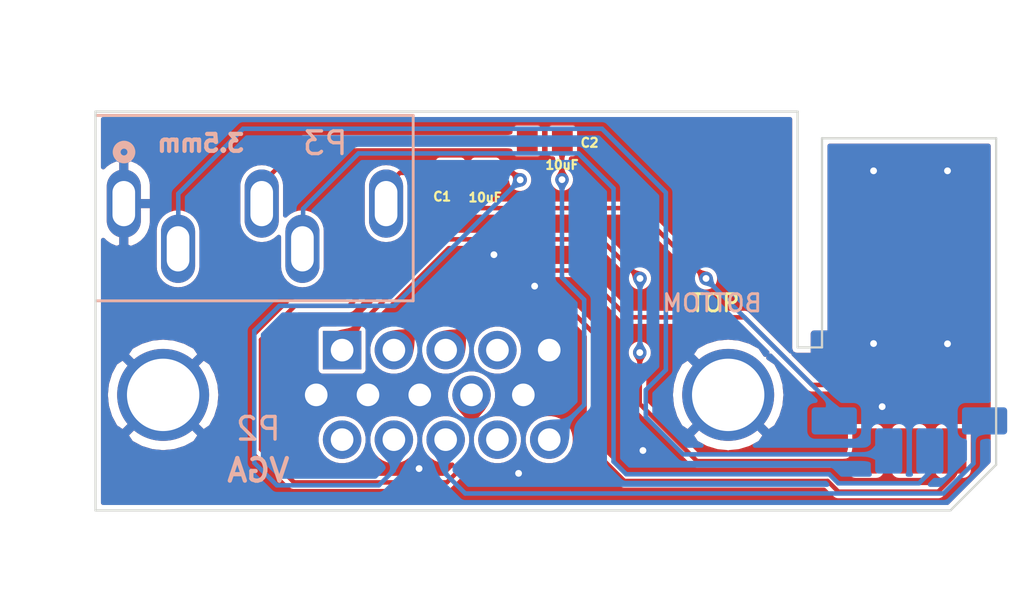
<source format=kicad_pcb>
(kicad_pcb (version 20171130) (host pcbnew "(5.1.8-0-10_14)")
  (title_block (rev 1))
  (layers (0 Front signal) (31 Back signal) (34 B.Paste user) (35 F.Paste user) (36 B.SilkS user) (37 F.SilkS user) (38 B.Mask user) (39 F.Mask user) (44 Edge.Cuts user))
  (net 0 "")
  (net 1 /Audio_L_VGA)
  (net 2 "Net-(C2-Pad2)")
  (net 3 /Audio_R_VGA)
  (net 4 /RED)
  (net 5 /GREEN)
  (net 6 /BLUE)
  (net 7 /Audio_R_to_Jack)
  (net 8 /SYNC)
  (net 9 /Audio_L_to_Jack)
  (net 10 /Audio_L_to_VGA)
  (net 11 GND)
  (net 12 /+5V)
  (module 8DIN2VGA:RD_logo (layer Front) (at 145.4 99.87 270)
    (fp_text reference G*** hide)
    (fp_text value LOGO hide)
  )
  (module 8DIN2VGA:outline_mid_pcb (layer Front) (at 138.97 104.8)
    (fp_text reference G*** hide)
    (fp_text value LOGO hide)
  )
  (module 8DIN2VGA:CAP_SMD_0603 (layer Front) (at 135.52 99.53)
    (fp_text reference C1 (at -1.14 1.05) (layer F.SilkS) (effects (font (size 0.393701 0.393701) (thickness 0.098425))))
    (fp_text value 10uF)
    (pad 1 smd rect (at -0.775 0) (size 0.92 0.97) (layers Front F.Paste F.Mask) (net 10 /Audio_L_to_VGA))
    (pad 2 smd rect (at 0.775 0) (size 0.92 0.97) (layers Front F.Paste F.Mask) (net 1 /Audio_L_VGA))
  )
  (module 8DIN2VGA:CAP_SMD_0603 (layer Front) (at 138.92 98.12)
    (fp_text reference C2 (at 1.98 0.08) (layer F.SilkS) (effects (font (size 0.393701 0.393701) (thickness 0.098425))))
    (fp_text value 10uF)
    (pad 1 smd rect (at -0.775 0) (size 0.92 0.97) (layers Front F.Paste F.Mask) (net 3 /Audio_R_VGA))
    (pad 2 smd rect (at 0.775 0) (size 0.92 0.97) (layers Front F.Paste F.Mask) (net 2 "Net-(C2-Pad2)"))
  )
  (module 8DIN2VGA:8DIN_Landing (layer Front) (at 155.04 110.83)
    (fp_text reference P1)
    (fp_text value 8_pin_DIN_Landing)
    (pad 4 smd roundrect (at -3.36 -3.73 270) (size 1.2 2) (layers Front F.Mask) (roundrect_rratio 0.125) (net 11 GND))
    (pad 4 smd roundrect (at -3.36 -3.73 270) (size 1.2 2) (layers Back B.Mask) (roundrect_rratio 0.125) (net 11 GND))
    (pad 3 smd roundrect (at 3.33 -0.33 270) (size 1.2 2) (layers Back B.Mask) (roundrect_rratio 0.125) (net 8 /SYNC))
    (pad 5 smd roundrect (at -3.32 -0.33 270) (size 1.2 2) (layers Back B.Mask) (roundrect_rratio 0.125) (net 12 /+5V))
    (pad 1 smd roundrect (at 0.91 1 180) (size 1.2 2) (layers Back B.Mask) (roundrect_rratio 0.125) (net 7 /Audio_R_to_Jack))
    (pad 2 smd roundrect (at -0.91 1 180) (size 1.2 2) (layers Back B.Mask) (roundrect_rratio 0.125) (net 9 /Audio_L_to_Jack))
    (pad 6 smd roundrect (at 1.928 1 180) (size 1.2 2) (layers Front F.Mask) (roundrect_rratio 0.125) (net 6 /BLUE))
    (pad 7 smd roundrect (at 0.004 1 180) (size 1.2 2) (layers Front F.Mask) (roundrect_rratio 0.125) (net 5 /GREEN))
    (pad 8 smd roundrect (at -1.92 1 180) (size 1.2 2) (layers Front F.Mask) (roundrect_rratio 0.125) (net 4 /RED))
  )
  (module 8DIN2VGA:VGA_female_rightangle_slim (layer Back) (at 147.03 109.35 180)
    (fp_text reference P2 (at 20.78 -1.5) (layer B.SilkS) (effects (justify mirror)))
    (fp_text value VGA)
    (pad 1 thru_hole rect (at 17.075 1.98) (size 1.7 1.7) (drill 1) (layers *.Cu *.Mask) (net 4 /RED))
    (pad S2 thru_hole circle (at 24.99 0 180) (size 4.066 4.066) (drill 3.2) (layers *.Cu *.Mask) (net 11 GND))
    (pad S1 thru_hole circle (at 0 0 180) (size 4.066 4.066) (drill 3.2) (layers *.Cu *.Mask) (net 11 GND))
    (pad 2 thru_hole circle (at 14.785 1.98) (size 1.7 1.7) (drill 1) (layers *.Cu *.Mask) (net 5 /GREEN))
    (pad 3 thru_hole circle (at 12.495 1.98) (size 1.7 1.7) (drill 1) (layers *.Cu *.Mask) (net 6 /BLUE))
    (pad 4 thru_hole circle (at 10.205 1.98) (size 1.7 1.7) (drill 1) (layers *.Cu *.Mask))
    (pad 5 thru_hole circle (at 7.915 1.98) (size 1.7 1.7) (drill 1) (layers *.Cu *.Mask) (net 11 GND))
    (pad 6 thru_hole circle (at 18.22 0) (size 1.7 1.7) (drill 1) (layers *.Cu *.Mask) (net 11 GND))
    (pad 7 thru_hole circle (at 15.93 0) (size 1.7 1.7) (drill 1) (layers *.Cu *.Mask) (net 11 GND))
    (pad 8 thru_hole circle (at 13.64 0) (size 1.7 1.7) (drill 1) (layers *.Cu *.Mask) (net 11 GND))
    (pad 9 thru_hole circle (at 11.35 0) (size 1.7 1.7) (drill 1) (layers *.Cu *.Mask) (net 12 /+5V))
    (pad 10 thru_hole circle (at 9.06 0) (size 1.7 1.7) (drill 1) (layers *.Cu *.Mask) (net 11 GND))
    (pad 11 thru_hole circle (at 17.075 -1.98) (size 1.7 1.7) (drill 1) (layers *.Cu *.Mask))
    (pad 12 thru_hole circle (at 14.785 -1.98) (size 1.7 1.7) (drill 1) (layers *.Cu *.Mask) (net 1 /Audio_L_VGA))
    (pad 13 thru_hole circle (at 12.495 -1.98) (size 1.7 1.7) (drill 1) (layers *.Cu *.Mask) (net 8 /SYNC))
    (pad 14 thru_hole circle (at 10.205 -1.98) (size 1.7 1.7) (drill 1) (layers *.Cu *.Mask))
    (pad 15 thru_hole circle (at 7.915 -1.98) (size 1.7 1.7) (drill 1) (layers *.Cu *.Mask) (net 2 "Net-(C2-Pad2)"))
  )
  (module 8DIN2VGA:3.5mm_vertical (layer Back) (at 120.3 100.89)
    (fp_text reference P3 (at 8.91 -2.67) (layer B.SilkS) (effects (font (size 1.001331 1.001331)) (justify mirror)))
    (fp_text value 3.5mm_vertical)
    (fp_line (start -1.2 4.3) (end 12.8 4.3) (layer B.SilkS) (width 0.127))
    (fp_line (start 12.8 4.3) (end 12.8 -3.9) (layer B.SilkS) (width 0.127))
    (fp_line (start 12.8 -3.9) (end -1.2 -3.9) (layer B.SilkS) (width 0.127))
    (fp_circle (center 0.01 -2.28) (end 0.16 -2.28) (layer B.SilkS) (width 0.35))
    (pad 1 thru_hole oval (at 0 0) (size 1.508 3.016) (drill oval 1 2) (layers *.Cu *.Mask) (net 11 GND))
    (pad 2 thru_hole oval (at 2.4 2) (size 1.508 3.016) (drill oval 1 2) (layers *.Cu *.Mask) (net 9 /Audio_L_to_Jack))
    (pad 5 thru_hole oval (at 6.1 0) (size 1.508 3.016) (drill oval 1 2) (layers *.Cu *.Mask) (net 3 /Audio_R_VGA))
    (pad 3 thru_hole oval (at 7.9 2) (size 1.508 3.016) (drill oval 1 2) (layers *.Cu *.Mask) (net 7 /Audio_R_to_Jack))
    (pad 4 thru_hole oval (at 11.6 0) (size 1.508 3.016) (drill oval 1 2) (layers *.Cu *.Mask) (net 10 /Audio_L_to_VGA))
  )
  (gr_text BOTTOM (at 146.32 105.29) (layer B.SilkS) (effects (font (size 0.762 0.762) (thickness 0.127)) (justify mirror)))
  (gr_text TOP (at 146.46 105.29) (layer F.SilkS) (effects (font (size 0.762 0.762) (thickness 0.127))))
  (gr_text 3.5mm (at 123.7 98.22) (layer B.SilkS) (effects (font (size 0.75 0.75) (thickness 0.1875)) (justify mirror)))
  (gr_text VGA (at 126.25 112.69) (layer B.SilkS) (effects (font (size 1 1) (thickness 0.1875)) (justify mirror)))
  (gr_text 10uF (at 139.68 99.18) (layer F.SilkS) (effects (font (size 0.393701 0.393701) (thickness 0.098425))))
  (gr_text 10uF (at 136.28 100.62) (layer F.SilkS) (effects (font (size 0.393701 0.393701) (thickness 0.098425))))
  (gr_line (start 158.88 112.44) (end 156.86 114.46) (layer Edge.Cuts) (width 0.1))
  (gr_line (start 158.88 98) (end 158.88 112.44) (layer Edge.Cuts) (width 0.1))
  (gr_line (start 151.18 98) (end 158.88 98) (layer Edge.Cuts) (width 0.1))
  (gr_line (start 151.18 107.25) (end 151.18 98) (layer Edge.Cuts) (width 0.1))
  (gr_line (start 150.1 107.25) (end 151.18 107.25) (layer Edge.Cuts) (width 0.1))
  (gr_line (start 150.1 96.82) (end 150.1 107.25) (layer Edge.Cuts) (width 0.1))
  (gr_line (start 156.86 114.46) (end 119.05 114.46) (layer Edge.Cuts) (width 0.1))
  (gr_line (start 119.05 96.82) (end 119.05 114.46) (layer Edge.Cuts) (width 0.1))
  (gr_line (start 150.1 96.82) (end 119.05 96.82) (layer Edge.Cuts) (width 0.1))
  (segment (start 137.520002 99.53) (end 137.83 99.839998) (width 0.2) (layer Front) (net 1))
  (via (at 137.83 99.839998) (size 0.6) (drill 0.3) (layers Front Back) (net 1))
  (segment (start 136.295 99.53) (end 137.520002 99.53) (width 0.2) (layer Front) (net 1))
  (segment (start 127.18 105.41) (end 132.259998 105.41) (width 0.2) (layer Back) (net 1))
  (segment (start 131.58 113.35) (end 127.07 113.35) (width 0.2) (layer Back) (net 1))
  (segment (start 132.24 112.69) (end 131.58 113.35) (width 0.2) (layer Back) (net 1))
  (segment (start 132.259998 105.41) (end 137.83 99.839998) (width 0.2) (layer Back) (net 1))
  (segment (start 126.07 106.52) (end 127.18 105.41) (width 0.2) (layer Back) (net 1))
  (segment (start 132.24 111.57) (end 132.24 112.69) (width 0.2) (layer Back) (net 1))
  (segment (start 126.07 112.35) (end 126.07 106.52) (width 0.2) (layer Back) (net 1))
  (segment (start 127.07 113.35) (end 126.07 112.35) (width 0.2) (layer Back) (net 1))
  (segment (start 131.99 111.32) (end 132.24 111.57) (width 0.2) (layer Back) (net 1))
  (segment (start 139.68 99.83) (end 139.67 99.82) (width 0.2) (layer Back) (net 2))
  (via (at 139.68 99.83) (size 0.6) (drill 0.3) (layers Front Back) (net 2))
  (segment (start 139.68 99.83) (end 139.68 98.39) (width 0.2) (layer Front) (net 2))
  (segment (start 139.68 104.16) (end 139.68 99.83) (width 0.2) (layer Back) (net 2))
  (segment (start 140.66 105.14) (end 139.68 104.16) (width 0.2) (layer Back) (net 2))
  (segment (start 140.66 109.79) (end 140.66 105.14) (width 0.2) (layer Back) (net 2))
  (segment (start 139.08 111.37) (end 140.66 109.79) (width 0.2) (layer Back) (net 2))
  (segment (start 138.86 111.37) (end 139.08 111.37) (width 0.2) (layer Back) (net 2))
  (segment (start 128.26 98.15) (end 137.96 98.15) (width 0.2) (layer Front) (net 3))
  (segment (start 126.4 100.01) (end 128.26 98.15) (width 0.2) (layer Front) (net 3))
  (segment (start 137.96 98.15) (end 138.11 98.3) (width 0.2) (layer Front) (net 3))
  (segment (start 126.4 100.89) (end 126.4 100.01) (width 0.2) (layer Front) (net 3))
  (via (at 143.13 104.2) (size 0.6) (drill 0.3) (layers Front Back) (net 4))
  (segment (start 129.64 107.34) (end 134.51 102.47) (width 0.2) (layer Front) (net 4))
  (segment (start 134.51 102.47) (end 141.4 102.47) (width 0.2) (layer Front) (net 4))
  (segment (start 141.4 102.47) (end 143.13 104.2) (width 0.2) (layer Front) (net 4))
  (via (at 143.12 107.48) (size 0.6) (drill 0.3) (layers Front Back) (net 4))
  (segment (start 143.13 104.2) (end 143.13 107.47) (width 0.2) (layer Back) (net 4))
  (segment (start 143.13 107.47) (end 143.12 107.48) (width 0.2) (layer Back) (net 4))
  (segment (start 143.12 109.75) (end 143.12 107.48) (width 0.2) (layer Front) (net 4))
  (segment (start 145.65 112.28) (end 143.12 109.75) (width 0.2) (layer Front) (net 4))
  (segment (start 152.79 112.28) (end 145.65 112.28) (width 0.2) (layer Front) (net 4))
  (segment (start 153.14 111.93) (end 152.79 112.28) (width 0.2) (layer Front) (net 4))
  (segment (start 155.04 109.49) (end 155.04 111.74) (width 0.2) (layer Front) (net 5))
  (segment (start 154.46 108.91) (end 155.04 109.49) (width 0.2) (layer Front) (net 5))
  (segment (start 150.74 108.91) (end 154.46 108.91) (width 0.2) (layer Front) (net 5))
  (segment (start 142.591196 105.92) (end 147.75 105.92) (width 0.2) (layer Front) (net 5))
  (segment (start 140.521196 103.85) (end 142.591196 105.92) (width 0.2) (layer Front) (net 5))
  (segment (start 135.77 103.85) (end 140.521196 103.85) (width 0.2) (layer Front) (net 5))
  (segment (start 147.75 105.92) (end 150.74 108.91) (width 0.2) (layer Front) (net 5))
  (segment (start 132.28 107.34) (end 135.77 103.85) (width 0.2) (layer Front) (net 5))
  (segment (start 132.02 107.34) (end 132.28 107.34) (width 0.2) (layer Front) (net 5))
  (segment (start 156.95 113) (end 156.95 111.82) (width 0.2) (layer Front) (net 6))
  (segment (start 151.9 113.63) (end 156.32 113.63) (width 0.2) (layer Front) (net 6))
  (segment (start 151.43 113.16) (end 151.9 113.63) (width 0.2) (layer Front) (net 6))
  (segment (start 141.07 106.61) (end 141.07 111.79) (width 0.2) (layer Front) (net 6))
  (segment (start 156.32 113.63) (end 156.95 113) (width 0.2) (layer Front) (net 6))
  (segment (start 141.07 111.79) (end 142.44 113.16) (width 0.2) (layer Front) (net 6))
  (segment (start 139.69 105.23) (end 141.07 106.61) (width 0.2) (layer Front) (net 6))
  (segment (start 136.65 105.23) (end 139.69 105.23) (width 0.2) (layer Front) (net 6))
  (segment (start 142.44 113.16) (end 151.43 113.16) (width 0.2) (layer Front) (net 6))
  (segment (start 134.5 107.38) (end 136.65 105.23) (width 0.2) (layer Front) (net 6))
  (segment (start 134.28 107.38) (end 134.5 107.38) (width 0.2) (layer Front) (net 6))
  (segment (start 155.93 112.8) (end 155.93 111.909844) (width 0.2) (layer Back) (net 7))
  (segment (start 151.9 113.26) (end 155.47 113.26) (width 0.2) (layer Back) (net 7))
  (segment (start 142.52 112.86) (end 151.5 112.86) (width 0.2) (layer Back) (net 7))
  (segment (start 141.96 112.3) (end 142.52 112.86) (width 0.2) (layer Back) (net 7))
  (segment (start 155.47 113.26) (end 155.93 112.8) (width 0.2) (layer Back) (net 7))
  (segment (start 141.96 100.22) (end 141.96 112.3) (width 0.2) (layer Back) (net 7))
  (segment (start 130.68 98.67) (end 140.41 98.67) (width 0.2) (layer Back) (net 7))
  (segment (start 140.41 98.67) (end 141.96 100.22) (width 0.2) (layer Back) (net 7))
  (segment (start 151.5 112.86) (end 151.9 113.26) (width 0.2) (layer Back) (net 7))
  (segment (start 128.23 101.12) (end 130.68 98.67) (width 0.2) (layer Back) (net 7))
  (segment (start 128.23 104.15) (end 128.23 101.12) (width 0.2) (layer Back) (net 7))
  (segment (start 135.4 113.71) (end 156.55 113.71) (width 0.2) (layer Back) (net 8))
  (segment (start 134.55 112.86) (end 135.4 113.71) (width 0.2) (layer Back) (net 8))
  (segment (start 156.55 113.71) (end 157.88 112.38) (width 0.2) (layer Back) (net 8))
  (segment (start 134.55 111.59) (end 134.55 112.86) (width 0.2) (layer Back) (net 8))
  (segment (start 157.88 112.38) (end 157.88 110.49) (width 0.2) (layer Back) (net 8))
  (segment (start 134.28 111.32) (end 134.55 111.59) (width 0.2) (layer Back) (net 8))
  (segment (start 153.88 111.98) (end 154.04 111.82) (width 0.2) (layer Back) (net 9))
  (segment (start 145.042945 111.98) (end 153.88 111.98) (width 0.2) (layer Back) (net 9))
  (segment (start 143.385029 110.322084) (end 145.042945 111.98) (width 0.2) (layer Back) (net 9))
  (segment (start 143.385029 109.134971) (end 143.385029 110.322084) (width 0.2) (layer Back) (net 9))
  (segment (start 144.273935 108.246065) (end 143.385029 109.134971) (width 0.2) (layer Back) (net 9))
  (segment (start 122.71 101.68) (end 122.71 100.45) (width 0.2) (layer Back) (net 9))
  (segment (start 144.273935 100.403935) (end 144.273935 108.246065) (width 0.2) (layer Back) (net 9))
  (segment (start 141.45 97.58) (end 144.273935 100.403935) (width 0.2) (layer Back) (net 9))
  (segment (start 125.58 97.58) (end 141.45 97.58) (width 0.2) (layer Back) (net 9))
  (segment (start 122.71 100.45) (end 125.58 97.58) (width 0.2) (layer Back) (net 9))
  (segment (start 132.22 99.82) (end 132.22 99.83) (width 0.2) (layer Front) (net 10))
  (segment (start 132.51 99.53) (end 132.22 99.82) (width 0.2) (layer Front) (net 10))
  (segment (start 134.745 99.53) (end 132.51 99.53) (width 0.2) (layer Front) (net 10))
  (via (at 136.67 103.15) (size 0.6) (drill 0.3) (layers Front Back) (net 11))
  (via (at 138.47 104.54) (size 0.6) (drill 0.3) (layers Front Back) (net 11))
  (via (at 137.76 112.82) (size 0.6) (drill 0.3) (layers Front Back) (net 11))
  (via (at 133.36 112.61) (size 0.6) (drill 0.3) (layers Front Back) (net 11))
  (via (at 153.46 99.44) (size 0.6) (drill 0.3) (layers Front Back) (net 11))
  (via (at 156.73 99.44) (size 0.6) (drill 0.3) (layers Front Back) (net 11))
  (via (at 153.84 109.87) (size 0.6) (drill 0.3) (layers Front Back) (net 11))
  (via (at 143.26 111.81) (size 0.6) (drill 0.3) (layers Front Back) (net 11))
  (via (at 153.46 107.08) (size 0.6) (drill 0.3) (layers Front Back) (net 11))
  (via (at 156.73 107.09) (size 0.6) (drill 0.3) (layers Front Back) (net 11))
  (via (at 146.04998 104.199984) (size 0.6) (drill 0.3) (layers Front Back) (net 12))
  (segment (start 134.58 101.09) (end 142.939996 101.09) (width 0.2) (layer Front) (net 12))
  (segment (start 135.68 112.13) (end 134.59 113.22) (width 0.2) (layer Front) (net 12))
  (segment (start 135.395001 109.395001) (end 135.68 109.68) (width 0.2) (layer Front) (net 12))
  (segment (start 135.68 109.68) (end 135.68 112.13) (width 0.2) (layer Front) (net 12))
  (segment (start 130.26 105.41) (end 134.58 101.09) (width 0.2) (layer Front) (net 12))
  (segment (start 127.87 105.41) (end 130.26 105.41) (width 0.2) (layer Front) (net 12))
  (segment (start 127.83 113.22) (end 126.37 111.76) (width 0.2) (layer Front) (net 12))
  (segment (start 126.37 111.76) (end 126.37 106.91) (width 0.2) (layer Front) (net 12))
  (segment (start 126.37 106.91) (end 127.87 105.41) (width 0.2) (layer Front) (net 12))
  (segment (start 134.59 113.22) (end 127.83 113.22) (width 0.2) (layer Front) (net 12))
  (segment (start 142.939996 101.09) (end 146.04998 104.199984) (width 0.2) (layer Front) (net 12))
  (segment (start 146.04998 104.21998) (end 146.04998 104.199984) (width 0.2) (layer Back) (net 12))
  (segment (start 151.7 109.87) (end 146.04998 104.21998) (width 0.2) (layer Back) (net 12))
  (segment (start 151.7 110.18) (end 151.7 109.87) (width 0.2) (layer Back) (net 12))
  (zone (net 11) (net_name GND) (layer Front) (connect_pads (clearance 0.19)) (min_thickness 0.2) (fill yes (arc_segments 32) (thermal_gap 0.4) (thermal_bridge_width 0.4))
    (polygon (pts (xy 160.13 115.68) (xy 117.75 115.68) (xy 117.75 94.47) (xy 160.13 94.47)))
  )
  (zone (net 11) (net_name GND) (layer Back) (connect_pads (clearance 0.19)) (min_thickness 0.2) (fill yes (arc_segments 32) (thermal_gap 0.4) (thermal_bridge_width 0.4))
    (polygon (pts (xy 159.37 116.89) (xy 116.66 116.89) (xy 116.66 93.51) (xy 159.37 93.51)))
  )
  (zone (net 1) (net_name /Audio_L_VGA) (layer Front) (priority 16962) (connect_pads yes (clearance 0.16)) (min_thickness 0.0254) (fill yes (arc_segments 32) (thermal_gap 0.508) (thermal_bridge_width 0.508))
    (polygon (pts (xy 137.358406 99.63) (xy 137.406217 99.634719) (xy 137.442518 99.648152) (xy 137.469208 99.669208) (xy 137.488189 99.696796) (xy 137.501362 99.729826) (xy 137.510626 99.767208) (xy 137.517883 99.807852) (xy 137.525032 99.850667) (xy 137.533976 99.894563) (xy 137.546615 99.93845) (xy 137.936066 99.946064) (xy 137.83 99.539998) (xy 137.773321 99.536918) (xy 137.725168 99.528558) (xy 137.683136 99.516238) (xy 137.644822 99.501278) (xy 137.607822 99.484999) (xy 137.569733 99.468719) (xy 137.52815 99.453759) (xy 137.48067 99.441439) (xy 137.42489 99.433079) (xy 137.358406 99.43)))
  )
  (zone (net 1) (net_name /Audio_L_VGA) (layer Front) (priority 16962) (connect_pads yes (clearance 0.16)) (min_thickness 0.0254) (fill yes (arc_segments 32) (thermal_gap 0.508) (thermal_bridge_width 0.508))
    (polygon (pts (xy 137.205 99.43) (xy 137.099088 99.42519) (xy 137.01148 99.411503) (xy 136.938226 99.390051) (xy 136.875375 99.361949) (xy 136.818977 99.328308) (xy 136.765081 99.290243) (xy 136.709736 99.248866) (xy 136.648993 99.205292) (xy 136.578901 99.160632) (xy 136.495509 99.116) (xy 136.065 99.53) (xy 136.495509 99.944) (xy 136.578901 99.899367) (xy 136.648993 99.854707) (xy 136.709736 99.811133) (xy 136.765081 99.769756) (xy 136.818977 99.731691) (xy 136.875375 99.69805) (xy 136.938226 99.669948) (xy 137.01148 99.648496) (xy 137.099088 99.634809) (xy 137.205 99.63)))
  )
  (zone (net 1) (net_name /Audio_L_VGA) (layer Back) (priority 16962) (connect_pads yes (clearance 0.16)) (min_thickness 0.0254) (fill yes (arc_segments 32) (thermal_gap 0.508) (thermal_bridge_width 0.508))
    (polygon (pts (xy 137.483519 100.3279) (xy 137.532739 100.281946) (xy 137.577401 100.246704) (xy 137.618819 100.220282) (xy 137.658309 100.200787) (xy 137.697187 100.186329) (xy 137.73677 100.175016) (xy 137.778371 100.164956) (xy 137.823308 100.154258) (xy 137.872896 100.141031) (xy 137.928452 100.123383) (xy 137.936066 99.733932) (xy 137.546615 99.741546) (xy 137.528966 99.797101) (xy 137.515739 99.846689) (xy 137.505041 99.891626) (xy 137.494981 99.933227) (xy 137.483668 99.97281) (xy 137.46921 100.011688) (xy 137.449715 100.051178) (xy 137.423293 100.092596) (xy 137.388051 100.137258) (xy 137.342098 100.186479)))
  )
  (zone (net 1) (net_name /Audio_L_VGA) (layer Back) (priority 16962) (connect_pads yes (clearance 0.16)) (min_thickness 0.0254) (fill yes (arc_segments 32) (thermal_gap 0.508) (thermal_bridge_width 0.508))
    (polygon (pts (xy 132.070295 113.001126) (xy 132.194379 112.868799) (xy 132.290635 112.750173) (xy 132.365621 112.642221) (xy 132.425899 112.541913) (xy 132.478027 112.446223) (xy 132.528566 112.352121) (xy 132.584077 112.256579) (xy 132.65112 112.156571) (xy 132.736254 112.049067) (xy 132.84604 111.93104) (xy 132.247499 110.905008) (xy 131.477834 111.696) (xy 131.56027 111.83802) (xy 131.658589 111.966428) (xy 131.763722 112.084191) (xy 131.866604 112.194276) (xy 131.958167 112.299651) (xy 132.029345 112.403281) (xy 132.071071 112.508135) (xy 132.074279 112.617178) (xy 132.029902 112.733379) (xy 131.928874 112.859705)))
  )
  (zone (net 2) (net_name "Net-(C2-Pad2)") (layer Front) (priority 16962) (connect_pads yes (clearance 0.16)) (min_thickness 0.0254) (fill yes (arc_segments 32) (thermal_gap 0.508) (thermal_bridge_width 0.508))
    (polygon (pts (xy 139.58 99.24) (xy 139.577689 99.307298) (xy 139.571028 99.363799) (xy 139.560425 99.41177) (xy 139.546286 99.453479) (xy 139.529018 99.491193) (xy 139.509029 99.527182) (xy 139.486725 99.563713) (xy 139.462514 99.603053) (xy 139.436803 99.64747) (xy 139.41 99.699234) (xy 139.68 99.98) (xy 139.95 99.699234) (xy 139.923196 99.64747) (xy 139.897485 99.603053) (xy 139.873274 99.563713) (xy 139.85097 99.527182) (xy 139.830981 99.491193) (xy 139.813713 99.453479) (xy 139.799574 99.41177) (xy 139.788971 99.363799) (xy 139.78231 99.307298) (xy 139.78 99.24)))
  )
  (zone (net 2) (net_name "Net-(C2-Pad2)") (layer Front) (priority 16962) (connect_pads yes (clearance 0.16)) (min_thickness 0.0254) (fill yes (arc_segments 32) (thermal_gap 0.508) (thermal_bridge_width 0.508))
    (polygon (pts (xy 139.78 99.04) (xy 139.784773 98.934016) (xy 139.798403 98.84631) (xy 139.819857 98.772975) (xy 139.8481 98.710105) (xy 139.882099 98.653794) (xy 139.920819 98.600135) (xy 139.963228 98.545222) (xy 140.008291 98.485148) (xy 140.054975 98.416008) (xy 140.102245 98.333895) (xy 139.702496 97.890123) (xy 139.274686 98.30691) (xy 139.31743 98.393612) (xy 139.360475 98.466549) (xy 139.402692 98.529766) (xy 139.442948 98.587309) (xy 139.480113 98.643224) (xy 139.513057 98.701558) (xy 139.540648 98.766356) (xy 139.561756 98.841665) (xy 139.57525 98.931531) (xy 139.58 99.04)))
  )
  (zone (net 2) (net_name "Net-(C2-Pad2)") (layer Back) (priority 16962) (connect_pads yes (clearance 0.16)) (min_thickness 0.0254) (fill yes (arc_segments 32) (thermal_gap 0.508) (thermal_bridge_width 0.508))
    (polygon (pts (xy 139.78 100.42) (xy 139.78231 100.352701) (xy 139.788971 100.2962) (xy 139.799574 100.248229) (xy 139.813713 100.20652) (xy 139.830981 100.168806) (xy 139.85097 100.132817) (xy 139.873274 100.096286) (xy 139.897485 100.056946) (xy 139.923196 100.012529) (xy 139.95 99.960766) (xy 139.68 99.68) (xy 139.41 99.960766) (xy 139.436803 100.012529) (xy 139.462514 100.056946) (xy 139.486725 100.096286) (xy 139.509029 100.132817) (xy 139.529018 100.168806) (xy 139.546286 100.20652) (xy 139.560425 100.248229) (xy 139.571028 100.2962) (xy 139.577689 100.352701) (xy 139.58 100.42)))
  )
  (zone (net 2) (net_name "Net-(C2-Pad2)") (layer Back) (priority 16962) (connect_pads yes (clearance 0.16)) (min_thickness 0.0254) (fill yes (arc_segments 32) (thermal_gap 0.508) (thermal_bridge_width 0.508))
    (polygon (pts (xy 140.204299 110.10428) (xy 140.059556 110.233252) (xy 139.925978 110.322338) (xy 139.800067 110.37926) (xy 139.678328 110.41174) (xy 139.557263 110.427502) (xy 139.433375 110.434268) (xy 139.303167 110.439761) (xy 139.163144 110.451704) (xy 139.009807 110.477819) (xy 138.839661 110.525831) (xy 138.813133 111.629167) (xy 139.916662 111.612553) (xy 139.966303 111.442398) (xy 139.993731 111.289006) (xy 140.006715 111.14888) (xy 140.013023 111.018523) (xy 140.020423 110.894438) (xy 140.036685 110.773129) (xy 140.069577 110.651097) (xy 140.126868 110.524846) (xy 140.216326 110.39088) (xy 140.34572 110.245701)))
  )
  (zone (net 3) (net_name /Audio_R_VGA) (layer Front) (priority 16962) (connect_pads yes (clearance 0.16)) (min_thickness 0.0254) (fill yes (arc_segments 32) (thermal_gap 0.508) (thermal_bridge_width 0.508))
    (polygon (pts (xy 137.22 98.25) (xy 137.330378 98.254703) (xy 137.421931 98.268038) (xy 137.498783 98.288843) (xy 137.565059 98.315956) (xy 137.624883 98.348216) (xy 137.682378 98.38446) (xy 137.741669 98.423528) (xy 137.806881 98.464256) (xy 137.882136 98.505484) (xy 137.971561 98.54605) (xy 138.374522 98.105193) (xy 137.918253 97.719769) (xy 137.837909 97.769364) (xy 137.770165 97.817874) (xy 137.711171 97.864324) (xy 137.657081 97.907741) (xy 137.604045 97.947151) (xy 137.548215 97.981579) (xy 137.485744 98.010052) (xy 137.412783 98.031596) (xy 137.325484 98.045236) (xy 137.22 98.05)))
  )
  (zone (net 3) (net_name /Audio_R_VGA) (layer Front) (priority 16962) (connect_pads yes (clearance 0.16)) (min_thickness 0.0254) (fill yes (arc_segments 32) (thermal_gap 0.508) (thermal_bridge_width 0.508))
    (polygon (pts (xy 126.777595 99.490984) (xy 126.654743 99.612578) (xy 126.550002 99.713907) (xy 126.459228 99.799652) (xy 126.378279 99.874496) (xy 126.303009 99.943121) (xy 126.229276 100.01021) (xy 126.152937 100.080443) (xy 126.069847 100.158505) (xy 125.975863 100.249077) (xy 125.866842 100.356842) (xy 126.4 101.267) (xy 127.0786 100.56134) (xy 127.020971 100.453142) (xy 126.960224 100.352627) (xy 126.901 100.258189) (xy 126.847942 100.168222) (xy 126.805691 100.08112) (xy 126.778889 99.995279) (xy 126.772179 99.909092) (xy 126.790201 99.820954) (xy 126.8376 99.72926) (xy 126.919016 99.632405)))
  )
  (zone (net 4) (net_name /RED) (layer Front) (priority 16962) (connect_pads yes (clearance 0.16)) (min_thickness 0.0254) (fill yes (arc_segments 32) (thermal_gap 0.508) (thermal_bridge_width 0.508))
    (polygon (pts (xy 130.764299 106.07428) (xy 130.611027 106.209823) (xy 130.468218 106.304165) (xy 130.333419 106.366837) (xy 130.204172 106.407372) (xy 130.078025 106.435303) (xy 129.952521 106.460161) (xy 129.825206 106.49148) (xy 129.693625 106.538792) (xy 129.555323 106.611628) (xy 129.407845 106.719523) (xy 129.781536 107.757988) (xy 130.804602 107.343997) (xy 130.792886 107.201237) (xy 130.770769 107.072342) (xy 130.743971 106.954608) (xy 130.718211 106.845328) (xy 130.699207 106.741798) (xy 130.69268 106.641311) (xy 130.704349 106.541164) (xy 130.739932 106.43865) (xy 130.805149 106.331064) (xy 130.90572 106.215701)))
  )
  (zone (net 4) (net_name /RED) (layer Front) (priority 16962) (connect_pads yes (clearance 0.16)) (min_thickness 0.0254) (fill yes (arc_segments 32) (thermal_gap 0.508) (thermal_bridge_width 0.508))
    (polygon (pts (xy 142.642098 103.853519) (xy 142.688051 103.902739) (xy 142.723293 103.947401) (xy 142.749715 103.988819) (xy 142.76921 104.028309) (xy 142.783668 104.067187) (xy 142.794981 104.10677) (xy 142.805041 104.148371) (xy 142.815739 104.193308) (xy 142.828966 104.242896) (xy 142.846615 104.298452) (xy 143.236066 104.306066) (xy 143.228452 103.916615) (xy 143.172896 103.898966) (xy 143.123308 103.885739) (xy 143.078371 103.875041) (xy 143.03677 103.864981) (xy 142.997187 103.853668) (xy 142.958309 103.83921) (xy 142.918819 103.819715) (xy 142.877401 103.793293) (xy 142.832739 103.758051) (xy 142.783519 103.712098)))
  )
  (zone (net 4) (net_name /RED) (layer Back) (priority 16962) (connect_pads yes (clearance 0.16)) (min_thickness 0.0254) (fill yes (arc_segments 32) (thermal_gap 0.508) (thermal_bridge_width 0.508))
    (polygon (pts (xy 143.23 104.79) (xy 143.23231 104.722701) (xy 143.238971 104.6662) (xy 143.249574 104.618229) (xy 143.263713 104.57652) (xy 143.280981 104.538806) (xy 143.30097 104.502817) (xy 143.323274 104.466286) (xy 143.347485 104.426946) (xy 143.373196 104.382529) (xy 143.4 104.330766) (xy 143.13 104.05) (xy 142.86 104.330766) (xy 142.886803 104.382529) (xy 142.912514 104.426946) (xy 142.936725 104.466286) (xy 142.959029 104.502817) (xy 142.979018 104.538806) (xy 142.996286 104.57652) (xy 143.010425 104.618229) (xy 143.021028 104.6662) (xy 143.027689 104.722701) (xy 143.03 104.79)))
  )
  (zone (net 4) (net_name /RED) (layer Back) (priority 16962) (connect_pads yes (clearance 0.16)) (min_thickness 0.0254) (fill yes (arc_segments 32) (thermal_gap 0.508) (thermal_bridge_width 0.508))
    (polygon (pts (xy 143.03 106.88) (xy 143.027718 106.94774) (xy 143.021107 107.004669) (xy 143.010518 107.053033) (xy 142.996302 107.095075) (xy 142.978811 107.133041) (xy 142.958395 107.169176) (xy 142.935405 107.205726) (xy 142.910193 107.244935) (xy 142.88311 107.289048) (xy 142.854507 107.340311) (xy 143.115003 107.629916) (xy 143.394206 107.358301) (xy 143.368421 107.303999) (xy 143.343648 107.257396) (xy 143.320288 107.216144) (xy 143.29874 107.177896) (xy 143.279407 107.140303) (xy 143.26269 107.101017) (xy 143.24899 107.057692) (xy 143.238707 107.007979) (xy 143.232243 106.949531) (xy 143.23 106.88)))
  )
  (zone (net 4) (net_name /RED) (layer Front) (priority 16962) (connect_pads yes (clearance 0.16)) (min_thickness 0.0254) (fill yes (arc_segments 32) (thermal_gap 0.508) (thermal_bridge_width 0.508))
    (polygon (pts (xy 143.22 108.07) (xy 143.22231 108.002701) (xy 143.228971 107.9462) (xy 143.239574 107.898229) (xy 143.253713 107.85652) (xy 143.270981 107.818806) (xy 143.29097 107.782817) (xy 143.313274 107.746286) (xy 143.337485 107.706946) (xy 143.363196 107.662529) (xy 143.39 107.610766) (xy 143.12 107.33) (xy 142.85 107.610766) (xy 142.876803 107.662529) (xy 142.902514 107.706946) (xy 142.926725 107.746286) (xy 142.949029 107.782817) (xy 142.969018 107.818806) (xy 142.986286 107.85652) (xy 143.000425 107.898229) (xy 143.011028 107.9462) (xy 143.017689 108.002701) (xy 143.02 108.07)))
  )
  (zone (net 4) (net_name /RED) (layer Front) (priority 16962) (connect_pads yes (clearance 0.16)) (min_thickness 0.0254) (fill yes (arc_segments 32) (thermal_gap 0.508) (thermal_bridge_width 0.508))
    (polygon (pts (xy 152.12 112.38) (xy 152.257756 112.3814) (xy 152.373947 112.3852) (xy 152.473511 112.390799) (xy 152.561391 112.3976) (xy 152.642528 112.405) (xy 152.721862 112.4124) (xy 152.804335 112.4192) (xy 152.894888 112.4248) (xy 152.998463 112.4286) (xy 153.12 112.43) (xy 153.319309 111.605778) (xy 152.542646 111.666717) (xy 152.520441 111.749496) (xy 152.500033 111.828199) (xy 152.479076 111.901733) (xy 152.455226 111.969006) (xy 152.426135 112.028925) (xy 152.38946 112.0804) (xy 152.342854 112.122336) (xy 152.283972 112.153643) (xy 152.210469 112.173228) (xy 152.12 112.18)))
  )
  (zone (net 5) (net_name /GREEN) (layer Front) (priority 16962) (connect_pads yes (clearance 0.16)) (min_thickness 0.0254) (fill yes (arc_segments 32) (thermal_gap 0.508) (thermal_bridge_width 0.508))
    (polygon (pts (xy 154.94 110.63) (xy 154.933048 110.771449) (xy 154.913338 110.887807) (xy 154.882586 110.984545) (xy 154.842506 111.067137) (xy 154.794816 111.141054) (xy 154.741232 111.21177) (xy 154.683469 111.284757) (xy 154.623243 111.365488) (xy 154.562271 111.459435) (xy 154.502269 111.572072) (xy 155.045999 112.129993) (xy 155.582244 111.564872) (xy 155.520999 111.453462) (xy 155.459037 111.360533) (xy 155.398044 111.28065) (xy 155.339709 111.208374) (xy 155.285718 111.138269) (xy 155.237759 111.064897) (xy 155.197521 110.982821) (xy 155.16669 110.886604) (xy 155.146953 110.770809) (xy 155.14 110.63)))
  )
  (zone (net 5) (net_name /GREEN) (layer Front) (priority 16962) (connect_pads yes (clearance 0.16)) (min_thickness 0.0254) (fill yes (arc_segments 32) (thermal_gap 0.508) (thermal_bridge_width 0.508))
    (polygon (pts (xy 133.383086 106.095493) (xy 133.232367 106.230887) (xy 133.093764 106.326136) (xy 132.963512 106.388931) (xy 132.837847 106.426964) (xy 132.713005 106.447928) (xy 132.58522 106.459515) (xy 132.450729 106.469417) (xy 132.305766 106.485325) (xy 132.146568 106.514932) (xy 131.96937 106.565931) (xy 131.943241 107.669276) (xy 133.046765 107.652263) (xy 133.099321 107.475097) (xy 133.130196 107.315893) (xy 133.147122 107.170885) (xy 133.15783 107.036305) (xy 133.170052 106.908388) (xy 133.191521 106.783367) (xy 133.229969 106.657475) (xy 133.293128 106.526947) (xy 133.38873 106.388015) (xy 133.524507 106.236914)))
  )
  (zone (net 6) (net_name /BLUE) (layer Front) (priority 16962) (connect_pads yes (clearance 0.16)) (min_thickness 0.0254) (fill yes (arc_segments 32) (thermal_gap 0.508) (thermal_bridge_width 0.508))
    (polygon (pts (xy 157.006568 113.084852) (xy 157.088351 112.990611) (xy 157.143657 112.901493) (xy 157.178812 112.81651) (xy 157.200146 112.734671) (xy 157.213985 112.654988) (xy 157.226659 112.576469) (xy 157.244496 112.498127) (xy 157.273824 112.418972) (xy 157.32097 112.338014) (xy 157.392264 112.254264) (xy 156.977305 111.530145) (xy 156.420148 112.074657) (xy 156.484482 112.184959) (xy 156.566807 112.282469) (xy 156.658725 112.37003) (xy 156.751834 112.450488) (xy 156.837736 112.526689) (xy 156.908031 112.601479) (xy 156.954319 112.677702) (xy 156.968201 112.758205) (xy 156.941277 112.845833) (xy 156.865148 112.943432)))
  )
  (zone (net 6) (net_name /BLUE) (layer Front) (priority 16962) (connect_pads yes (clearance 0.16)) (min_thickness 0.0254) (fill yes (arc_segments 32) (thermal_gap 0.508) (thermal_bridge_width 0.508))
    (polygon (pts (xy 135.624299 106.11428) (xy 135.476458 106.246457) (xy 135.34022 106.338547) (xy 135.212008 106.398393) (xy 135.08824 106.433839) (xy 134.965339 106.452728) (xy 134.839726 106.462906) (xy 134.70782 106.472215) (xy 134.566043 106.488499) (xy 134.410816 106.519602) (xy 134.23856 106.573368) (xy 134.241124 107.67702) (xy 135.343832 107.631323) (xy 135.389565 107.459039) (xy 135.414179 107.304006) (xy 135.425298 107.162648) (xy 135.430547 107.031389) (xy 135.43755 106.906654) (xy 135.453931 106.784868) (xy 135.487314 106.662455) (xy 135.545324 106.53584) (xy 135.635584 106.401447) (xy 135.76572 106.255701)))
  )
  (zone (net 7) (net_name /Audio_R_to_Jack) (layer Back) (priority 16962) (connect_pads yes (clearance 0.16)) (min_thickness 0.0254) (fill yes (arc_segments 32) (thermal_gap 0.508) (thermal_bridge_width 0.508))
    (polygon (pts (xy 155.838187 113.033234) (xy 155.926494 112.938125) (xy 155.994075 112.852084) (xy 156.045811 112.773144) (xy 156.086582 112.699339) (xy 156.12127 112.628704) (xy 156.154753 112.559272) (xy 156.191914 112.489078) (xy 156.237632 112.416156) (xy 156.296789 112.338539) (xy 156.374264 112.254264) (xy 155.959997 111.530167) (xy 155.401585 112.073394) (xy 155.45589 112.173029) (xy 155.521444 112.26334) (xy 155.591963 112.346341) (xy 155.661162 112.424044) (xy 155.722759 112.498465) (xy 155.770468 112.571617) (xy 155.798008 112.645513) (xy 155.799093 112.722169) (xy 155.76744 112.803597) (xy 155.696766 112.891813)))
  )
  (zone (net 8) (net_name /SYNC) (layer Back) (priority 16962) (connect_pads yes (clearance 0.16)) (min_thickness 0.0254) (fill yes (arc_segments 32) (thermal_gap 0.508) (thermal_bridge_width 0.508))
    (polygon (pts (xy 134.740918 112.909497) (xy 134.634255 112.774173) (xy 134.59278 112.651505) (xy 134.605648 112.537837) (xy 134.662016 112.429511) (xy 134.751038 112.32287) (xy 134.86187 112.214258) (xy 134.983668 112.100016) (xy 135.105589 111.976489) (xy 135.216786 111.840019) (xy 135.306418 111.68695) (xy 134.527502 110.905067) (xy 133.93396 111.93104) (xy 134.039395 112.049197) (xy 134.115778 112.160109) (xy 134.170761 112.265979) (xy 134.212002 112.36901) (xy 134.247153 112.471404) (xy 134.283871 112.575364) (xy 134.329809 112.683092) (xy 134.392623 112.796792) (xy 134.479967 112.918666) (xy 134.599497 113.050918)))
  )
  (zone (net 8) (net_name /SYNC) (layer Back) (priority 16962) (connect_pads yes (clearance 0.16)) (min_thickness 0.0254) (fill yes (arc_segments 32) (thermal_gap 0.508) (thermal_bridge_width 0.508))
    (polygon (pts (xy 157.98 111.45) (xy 157.986629 111.3673) (xy 158.005752 111.300292) (xy 158.036224 111.246993) (xy 158.0769 111.205424) (xy 158.126632 111.173604) (xy 158.184276 111.149553) (xy 158.248685 111.131291) (xy 158.318714 111.116836) (xy 158.393217 111.104209) (xy 158.471049 111.091429) (xy 158.61412 110.325629) (xy 157.77 110.5) (xy 157.77028 110.615353) (xy 157.77104 110.713718) (xy 157.772159 110.799768) (xy 157.77352 110.878178) (xy 157.775 110.953623) (xy 157.77648 111.030779) (xy 157.77784 111.114319) (xy 157.77896 111.20892) (xy 157.77972 111.319255) (xy 157.78 111.45)))
  )
  (zone (net 9) (net_name /Audio_L_to_Jack) (layer Back) (priority 16962) (connect_pads yes (clearance 0.16)) (min_thickness 0.0254) (fill yes (arc_segments 32) (thermal_gap 0.508) (thermal_bridge_width 0.508))
    (polygon (pts (xy 152.94 112.08) (xy 153.093175 112.086783) (xy 153.22018 112.105621) (xy 153.326976 112.134243) (xy 153.419527 112.170377) (xy 153.503795 112.211753) (xy 153.585743 112.2561) (xy 153.671333 112.301149) (xy 153.766528 112.344627) (xy 153.877291 112.384265) (xy 154.009585 112.417792) (xy 154.42075 111.756081) (xy 153.743475 111.371091) (xy 153.656039 111.450849) (xy 153.582658 111.527538) (xy 153.51865 111.599902) (xy 153.459337 111.666688) (xy 153.400038 111.72664) (xy 153.336076 111.778504) (xy 153.262771 111.821027) (xy 153.175442 111.852953) (xy 153.069412 111.873029) (xy 152.94 111.88)))
  )
  (zone (net 10) (net_name /Audio_L_to_VGA) (layer Front) (priority 16962) (connect_pads yes (clearance 0.16)) (min_thickness 0.0254) (fill yes (arc_segments 32) (thermal_gap 0.508) (thermal_bridge_width 0.508))
    (polygon (pts (xy 133.835 99.63) (xy 133.940911 99.634809) (xy 134.028519 99.648496) (xy 134.101773 99.669948) (xy 134.164624 99.69805) (xy 134.221022 99.731691) (xy 134.274918 99.769756) (xy 134.330263 99.811133) (xy 134.391006 99.854707) (xy 134.461098 99.899367) (xy 134.544491 99.944) (xy 134.975 99.53) (xy 134.544491 99.116) (xy 134.461098 99.160632) (xy 134.391006 99.205292) (xy 134.330263 99.248866) (xy 134.274918 99.290243) (xy 134.221022 99.328308) (xy 134.164624 99.361949) (xy 134.101773 99.390051) (xy 134.028519 99.411503) (xy 133.940911 99.42519) (xy 133.835 99.43)))
  )
  (zone (net 12) (net_name /+5V) (layer Front) (priority 16962) (connect_pads yes (clearance 0.16)) (min_thickness 0.0254) (fill yes (arc_segments 32) (thermal_gap 0.508) (thermal_bridge_width 0.508))
    (polygon (pts (xy 135.78 111.05) (xy 135.790863 110.848174) (xy 135.821582 110.683258) (xy 135.869347 110.547149) (xy 135.931347 110.431747) (xy 136.004776 110.32895) (xy 136.086821 110.230657) (xy 136.174676 110.128768) (xy 136.26553 110.01518) (xy 136.356574 109.881793) (xy 136.445 109.720506) (xy 135.68 108.925) (xy 134.915 109.720506) (xy 135.003425 109.881793) (xy 135.094469 110.01518) (xy 135.185323 110.128768) (xy 135.273178 110.230657) (xy 135.355223 110.32895) (xy 135.428652 110.431747) (xy 135.490652 110.547149) (xy 135.538417 110.683258) (xy 135.569136 110.848174) (xy 135.58 111.05)))
  )
  (zone (net 12) (net_name /+5V) (layer Front) (priority 16962) (connect_pads yes (clearance 0.16)) (min_thickness 0.0254) (fill yes (arc_segments 32) (thermal_gap 0.508) (thermal_bridge_width 0.508))
    (polygon (pts (xy 145.562078 103.853503) (xy 145.608031 103.902723) (xy 145.643273 103.947385) (xy 145.669695 103.988803) (xy 145.68919 104.028293) (xy 145.703648 104.067171) (xy 145.714961 104.106754) (xy 145.725021 104.148355) (xy 145.735719 104.193292) (xy 145.748946 104.24288) (xy 145.766595 104.298436) (xy 146.156046 104.30605) (xy 146.148432 103.916599) (xy 146.092876 103.89895) (xy 146.043288 103.885723) (xy 145.998351 103.875025) (xy 145.95675 103.864965) (xy 145.917167 103.853652) (xy 145.878289 103.839194) (xy 145.838799 103.819699) (xy 145.797381 103.793277) (xy 145.752719 103.758035) (xy 145.703499 103.712082)))
  )
  (zone (net 12) (net_name /+5V) (layer Back) (priority 16962) (connect_pads yes (clearance 0.16)) (min_thickness 0.0254) (fill yes (arc_segments 32) (thermal_gap 0.508) (thermal_bridge_width 0.508))
    (polygon (pts (xy 146.537882 104.566461) (xy 146.491438 104.516803) (xy 146.455703 104.471739) (xy 146.428863 104.42992) (xy 146.409104 104.389998) (xy 146.394611 104.350625) (xy 146.383569 104.310452) (xy 146.374165 104.268131) (xy 146.364583 104.222314) (xy 146.35301 104.171652) (xy 146.337631 104.114798) (xy 145.948955 104.089107) (xy 145.938474 104.478491) (xy 145.995517 104.499686) (xy 146.046324 104.516033) (xy 146.092297 104.529495) (xy 146.134835 104.542035) (xy 146.175342 104.555617) (xy 146.215219 104.572205) (xy 146.255868 104.593762) (xy 146.29869 104.622251) (xy 146.345087 104.659636) (xy 146.396461 104.707882)))
  )
  (zone (net 12) (net_name /+5V) (layer Back) (priority 16962) (connect_pads yes (clearance 0.16)) (min_thickness 0.0254) (fill yes (arc_segments 32) (thermal_gap 0.508) (thermal_bridge_width 0.508))
    (polygon (pts (xy 151.226239 109.53766) (xy 151.290128 109.611906) (xy 151.330798 109.682481) (xy 151.351176 109.750565) (xy 151.35419 109.81734) (xy 151.342767 109.883986) (xy 151.319837 109.951683) (xy 151.288326 110.021612) (xy 151.251161 110.094955) (xy 151.211273 110.172891) (xy 151.171587 110.256602) (xy 151.729994 110.799833) (xy 152.144264 110.075736) (xy 152.054353 109.988544) (xy 151.975236 109.916807) (xy 151.903886 109.856333) (xy 151.837276 109.802929) (xy 151.772379 109.752405) (xy 151.706169 109.700566) (xy 151.635619 109.643222) (xy 151.557701 109.576181) (xy 151.469391 109.495251) (xy 151.36766 109.396239)))
  )
)
</source>
